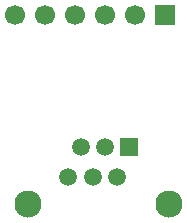
<source format=gbr>
%TF.GenerationSoftware,KiCad,Pcbnew,9.0.3*%
%TF.CreationDate,2025-07-26T18:17:39+02:00*%
%TF.ProjectId,ports_for_motors,706f7274-735f-4666-9f72-5f6d6f746f72,rev?*%
%TF.SameCoordinates,Original*%
%TF.FileFunction,Soldermask,Top*%
%TF.FilePolarity,Negative*%
%FSLAX46Y46*%
G04 Gerber Fmt 4.6, Leading zero omitted, Abs format (unit mm)*
G04 Created by KiCad (PCBNEW 9.0.3) date 2025-07-26 18:17:39*
%MOMM*%
%LPD*%
G01*
G04 APERTURE LIST*
%ADD10R,1.700000X1.700000*%
%ADD11C,1.700000*%
%ADD12C,2.300000*%
%ADD13R,1.520000X1.520000*%
%ADD14C,1.520000*%
G04 APERTURE END LIST*
D10*
%TO.C,J2*%
X37080000Y-21500000D03*
D11*
X34540000Y-21500000D03*
X32000000Y-21500000D03*
X29460000Y-21500000D03*
X26920000Y-21500000D03*
X24380000Y-21500000D03*
%TD*%
D12*
%TO.C,J1*%
X25500000Y-37500000D03*
X37500000Y-37500000D03*
D13*
X34050000Y-32660000D03*
D14*
X33030000Y-35200000D03*
X32010000Y-32660000D03*
X30990000Y-35200000D03*
X29970000Y-32660000D03*
X28950000Y-35200000D03*
%TD*%
M02*

</source>
